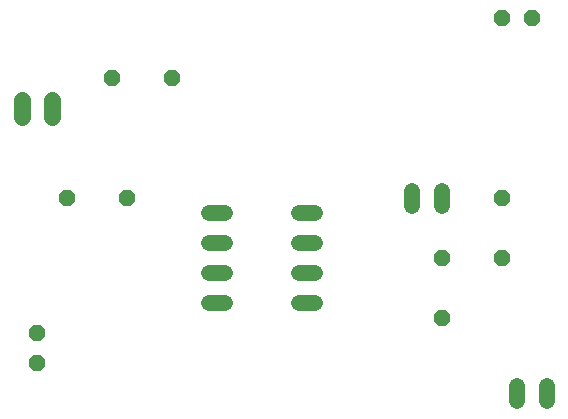
<source format=gbr>
G04 EAGLE Gerber RS-274X export*
G75*
%MOMM*%
%FSLAX34Y34*%
%LPD*%
%INBottom Copper*%
%IPPOS*%
%AMOC8*
5,1,8,0,0,1.08239X$1,22.5*%
G01*
%ADD10P,1.429621X8X292.500000*%
%ADD11P,1.429621X8X22.500000*%
%ADD12C,1.320800*%
%ADD13P,1.429621X8X202.500000*%
%ADD14P,1.429621X8X112.500000*%
%ADD15C,1.422400*%


D10*
X139700Y279400D03*
X139700Y254000D03*
D11*
X533400Y546100D03*
X558800Y546100D03*
D12*
X482600Y400304D02*
X482600Y387096D01*
X457200Y387096D02*
X457200Y400304D01*
X546100Y235204D02*
X546100Y221996D01*
X571500Y221996D02*
X571500Y235204D01*
X374904Y304800D02*
X361696Y304800D01*
X361696Y330200D02*
X374904Y330200D01*
X298704Y330200D02*
X285496Y330200D01*
X285496Y304800D02*
X298704Y304800D01*
X361696Y355600D02*
X374904Y355600D01*
X374904Y381000D02*
X361696Y381000D01*
X298704Y355600D02*
X285496Y355600D01*
X285496Y381000D02*
X298704Y381000D01*
D13*
X215900Y393700D03*
X165100Y393700D03*
X254000Y495300D03*
X203200Y495300D03*
D14*
X533400Y342900D03*
X533400Y393700D03*
X482600Y292100D03*
X482600Y342900D03*
D15*
X127000Y462788D02*
X127000Y477012D01*
X152400Y477012D02*
X152400Y462788D01*
M02*

</source>
